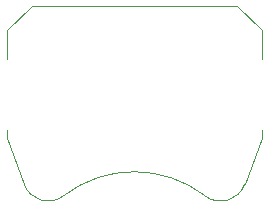
<source format=gbr>
G04 #@! TF.FileFunction,Legend,Bot*
%FSLAX46Y46*%
G04 Gerber Fmt 4.6, Leading zero omitted, Abs format (unit mm)*
G04 Created by KiCad (PCBNEW 4.0.5+dfsg1-4) date Thu Mar 22 11:03:11 2018*
%MOMM*%
%LPD*%
G01*
G04 APERTURE LIST*
%ADD10C,0.100000*%
G04 APERTURE END LIST*
D10*
X140878601Y-104819536D02*
G75*
G03X128874000Y-104816000I-6004601J-7806464D01*
G01*
X140877354Y-104832530D02*
G75*
G03X144214000Y-103846000I1306646J1716530D01*
G01*
X145654000Y-99896000D02*
X144214000Y-103846000D01*
X143574000Y-88726000D02*
X145654000Y-90806000D01*
X126174000Y-88726000D02*
X143574000Y-88726000D01*
X126174000Y-88726000D02*
X124094000Y-90806000D01*
X124094000Y-99896000D02*
X125534000Y-103846000D01*
X125548756Y-103854169D02*
G75*
G03X128874000Y-104816000I2015244J738169D01*
G01*
X145654000Y-90806000D02*
X145654000Y-93266000D01*
X145654000Y-99266000D02*
X145654000Y-99896000D01*
X124094000Y-90806000D02*
X124094000Y-93266000D01*
X124094000Y-99266000D02*
X124094000Y-99896000D01*
M02*

</source>
